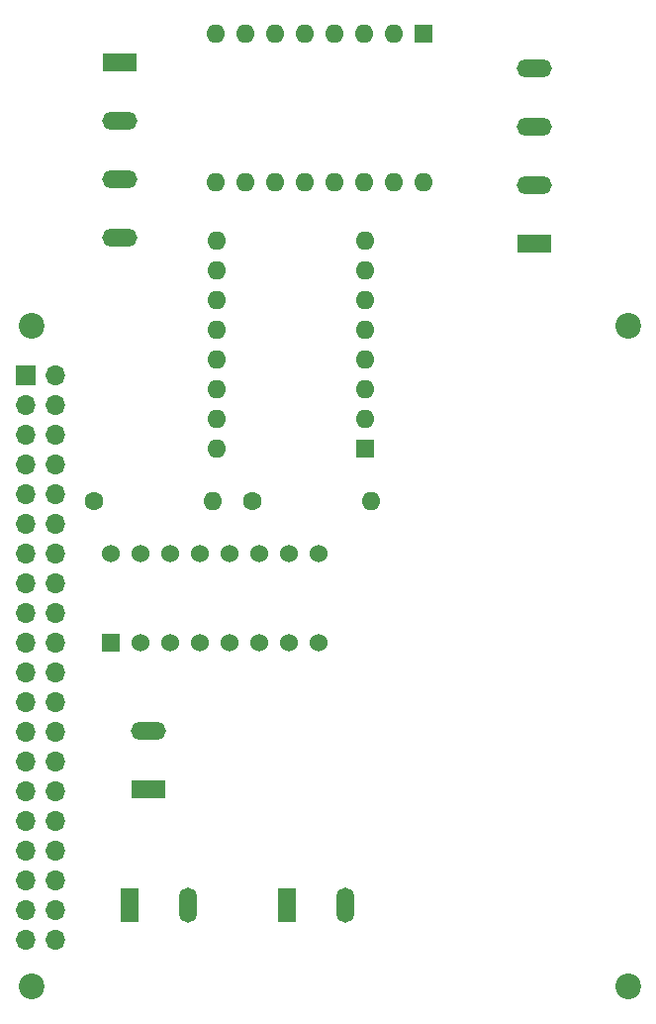
<source format=gbr>
%TF.GenerationSoftware,KiCad,Pcbnew,8.0.1*%
%TF.CreationDate,2024-05-06T13:05:29+02:00*%
%TF.ProjectId,BotBattle,426f7442-6174-4746-9c65-2e6b69636164,rev?*%
%TF.SameCoordinates,Original*%
%TF.FileFunction,Soldermask,Top*%
%TF.FilePolarity,Negative*%
%FSLAX46Y46*%
G04 Gerber Fmt 4.6, Leading zero omitted, Abs format (unit mm)*
G04 Created by KiCad (PCBNEW 8.0.1) date 2024-05-06 13:05:29*
%MOMM*%
%LPD*%
G01*
G04 APERTURE LIST*
%ADD10R,1.524000X1.524000*%
%ADD11C,1.524000*%
%ADD12C,1.600000*%
%ADD13O,1.600000X1.600000*%
%ADD14C,2.200000*%
%ADD15R,3.000000X1.500000*%
%ADD16O,3.000000X1.500000*%
%ADD17R,1.600000X1.600000*%
%ADD18R,1.500000X3.000000*%
%ADD19O,1.500000X3.000000*%
%ADD20R,1.700000X1.700000*%
%ADD21O,1.700000X1.700000*%
G04 APERTURE END LIST*
D10*
%TO.C,U1*%
X156720000Y-106620000D03*
D11*
X159260000Y-106620000D03*
X161800000Y-106620000D03*
X164340000Y-106620000D03*
X166880000Y-106620000D03*
X169420000Y-106620000D03*
X171960000Y-106620000D03*
X174500000Y-106620000D03*
X174500000Y-99000000D03*
X171960000Y-99000000D03*
X169420000Y-99000000D03*
X166880000Y-99000000D03*
X164340000Y-99000000D03*
X161800000Y-99000000D03*
X159260000Y-99000000D03*
X156720000Y-99000000D03*
%TD*%
D12*
%TO.C,R1*%
X155340000Y-94500000D03*
D13*
X165500000Y-94500000D03*
%TD*%
D14*
%TO.C,H2*%
X150000000Y-136000000D03*
%TD*%
%TO.C,H4*%
X201000000Y-136000000D03*
%TD*%
%TO.C,H1*%
X150000000Y-79500000D03*
%TD*%
%TO.C,H3*%
X201000000Y-79500000D03*
%TD*%
D12*
%TO.C,R2*%
X168840000Y-94500000D03*
D13*
X179000000Y-94500000D03*
%TD*%
D15*
%TO.C,J1*%
X157500000Y-57000000D03*
D16*
X157500000Y-62000000D03*
X157500000Y-67000000D03*
X157500000Y-72000000D03*
%TD*%
D17*
%TO.C,A1*%
X183500000Y-54500000D03*
D13*
X180960000Y-54500000D03*
X178420000Y-54500000D03*
X175880000Y-54500000D03*
X173340000Y-54500000D03*
X170800000Y-54500000D03*
X168260000Y-54500000D03*
X165720000Y-54500000D03*
X165720000Y-67200000D03*
X168260000Y-67200000D03*
X170800000Y-67200000D03*
X173340000Y-67200000D03*
X175880000Y-67200000D03*
X178420000Y-67200000D03*
X180960000Y-67200000D03*
X183500000Y-67200000D03*
%TD*%
D15*
%TO.C,J2*%
X193000000Y-72500000D03*
D16*
X193000000Y-67500000D03*
X193000000Y-62500000D03*
X193000000Y-57500000D03*
%TD*%
D18*
%TO.C,J7*%
X171850000Y-129000000D03*
D19*
X176850000Y-129000000D03*
%TD*%
D18*
%TO.C,J6*%
X158350000Y-129000000D03*
D19*
X163350000Y-129000000D03*
%TD*%
D17*
%TO.C,A2*%
X178500000Y-90000000D03*
D13*
X178500000Y-87460000D03*
X178500000Y-84920000D03*
X178500000Y-82380000D03*
X178500000Y-79840000D03*
X178500000Y-77300000D03*
X178500000Y-74760000D03*
X178500000Y-72220000D03*
X165800000Y-72220000D03*
X165800000Y-74760000D03*
X165800000Y-77300000D03*
X165800000Y-79840000D03*
X165800000Y-82380000D03*
X165800000Y-84920000D03*
X165800000Y-87460000D03*
X165800000Y-90000000D03*
%TD*%
D15*
%TO.C,J5*%
X160000000Y-119150000D03*
D16*
X160000000Y-114150000D03*
%TD*%
D20*
%TO.C,J3*%
X149460000Y-83740000D03*
D21*
X152000000Y-83740000D03*
X149460000Y-86280000D03*
X152000000Y-86280000D03*
X149460000Y-88820000D03*
X152000000Y-88820000D03*
X149460000Y-91360000D03*
X152000000Y-91360000D03*
X149460000Y-93900000D03*
X152000000Y-93900000D03*
X149460000Y-96440000D03*
X152000000Y-96440000D03*
X149460000Y-98980000D03*
X152000000Y-98980000D03*
X149460000Y-101520000D03*
X152000000Y-101520000D03*
X149460000Y-104060000D03*
X152000000Y-104060000D03*
X149460000Y-106600000D03*
X152000000Y-106600000D03*
X149460000Y-109140000D03*
X152000000Y-109140000D03*
X149460000Y-111680000D03*
X152000000Y-111680000D03*
X149460000Y-114220000D03*
X152000000Y-114220000D03*
X149460000Y-116760000D03*
X152000000Y-116760000D03*
X149460000Y-119300000D03*
X152000000Y-119300000D03*
X149460000Y-121840000D03*
X152000000Y-121840000D03*
X149460000Y-124380000D03*
X152000000Y-124380000D03*
X149460000Y-126920000D03*
X152000000Y-126920000D03*
X149460000Y-129460000D03*
X152000000Y-129460000D03*
X149460000Y-132000000D03*
X152000000Y-132000000D03*
%TD*%
M02*

</source>
